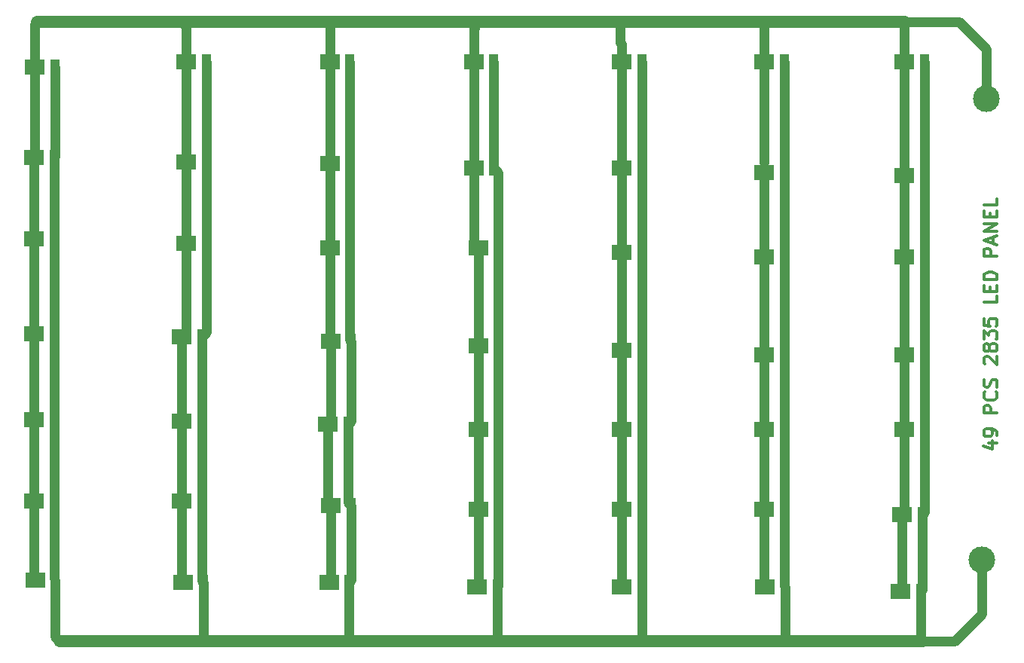
<source format=gbr>
%TF.GenerationSoftware,KiCad,Pcbnew,(6.0.4)*%
%TF.CreationDate,2022-04-23T13:40:25+05:30*%
%TF.ProjectId,led_50w,6c65645f-3530-4772-9e6b-696361645f70,rev?*%
%TF.SameCoordinates,Original*%
%TF.FileFunction,Copper,L1,Top*%
%TF.FilePolarity,Positive*%
%FSLAX46Y46*%
G04 Gerber Fmt 4.6, Leading zero omitted, Abs format (unit mm)*
G04 Created by KiCad (PCBNEW (6.0.4)) date 2022-04-23 13:40:25*
%MOMM*%
%LPD*%
G01*
G04 APERTURE LIST*
%ADD10C,0.300000*%
%TA.AperFunction,NonConductor*%
%ADD11C,0.300000*%
%TD*%
%TA.AperFunction,SMDPad,CuDef*%
%ADD12R,2.200000X1.800000*%
%TD*%
%TA.AperFunction,SMDPad,CuDef*%
%ADD13R,1.100000X1.800000*%
%TD*%
%TA.AperFunction,SMDPad,CuDef*%
%ADD14C,3.000000*%
%TD*%
%TA.AperFunction,Conductor*%
%ADD15C,1.063070*%
%TD*%
%TA.AperFunction,Conductor*%
%ADD16C,1.363070*%
%TD*%
G04 APERTURE END LIST*
D10*
D11*
X185098571Y-115901714D02*
X186098571Y-115901714D01*
X184527142Y-116258857D02*
X185598571Y-116616000D01*
X185598571Y-115687428D01*
X186098571Y-115044571D02*
X186098571Y-114758857D01*
X186027142Y-114616000D01*
X185955714Y-114544571D01*
X185741428Y-114401714D01*
X185455714Y-114330285D01*
X184884285Y-114330285D01*
X184741428Y-114401714D01*
X184670000Y-114473142D01*
X184598571Y-114616000D01*
X184598571Y-114901714D01*
X184670000Y-115044571D01*
X184741428Y-115116000D01*
X184884285Y-115187428D01*
X185241428Y-115187428D01*
X185384285Y-115116000D01*
X185455714Y-115044571D01*
X185527142Y-114901714D01*
X185527142Y-114616000D01*
X185455714Y-114473142D01*
X185384285Y-114401714D01*
X185241428Y-114330285D01*
X186098571Y-112544571D02*
X184598571Y-112544571D01*
X184598571Y-111973142D01*
X184670000Y-111830285D01*
X184741428Y-111758857D01*
X184884285Y-111687428D01*
X185098571Y-111687428D01*
X185241428Y-111758857D01*
X185312857Y-111830285D01*
X185384285Y-111973142D01*
X185384285Y-112544571D01*
X185955714Y-110187428D02*
X186027142Y-110258857D01*
X186098571Y-110473142D01*
X186098571Y-110616000D01*
X186027142Y-110830285D01*
X185884285Y-110973142D01*
X185741428Y-111044571D01*
X185455714Y-111116000D01*
X185241428Y-111116000D01*
X184955714Y-111044571D01*
X184812857Y-110973142D01*
X184670000Y-110830285D01*
X184598571Y-110616000D01*
X184598571Y-110473142D01*
X184670000Y-110258857D01*
X184741428Y-110187428D01*
X186027142Y-109616000D02*
X186098571Y-109401714D01*
X186098571Y-109044571D01*
X186027142Y-108901714D01*
X185955714Y-108830285D01*
X185812857Y-108758857D01*
X185670000Y-108758857D01*
X185527142Y-108830285D01*
X185455714Y-108901714D01*
X185384285Y-109044571D01*
X185312857Y-109330285D01*
X185241428Y-109473142D01*
X185170000Y-109544571D01*
X185027142Y-109616000D01*
X184884285Y-109616000D01*
X184741428Y-109544571D01*
X184670000Y-109473142D01*
X184598571Y-109330285D01*
X184598571Y-108973142D01*
X184670000Y-108758857D01*
X184741428Y-107044571D02*
X184670000Y-106973142D01*
X184598571Y-106830285D01*
X184598571Y-106473142D01*
X184670000Y-106330285D01*
X184741428Y-106258857D01*
X184884285Y-106187428D01*
X185027142Y-106187428D01*
X185241428Y-106258857D01*
X186098571Y-107116000D01*
X186098571Y-106187428D01*
X185241428Y-105330285D02*
X185170000Y-105473142D01*
X185098571Y-105544571D01*
X184955714Y-105616000D01*
X184884285Y-105616000D01*
X184741428Y-105544571D01*
X184670000Y-105473142D01*
X184598571Y-105330285D01*
X184598571Y-105044571D01*
X184670000Y-104901714D01*
X184741428Y-104830285D01*
X184884285Y-104758857D01*
X184955714Y-104758857D01*
X185098571Y-104830285D01*
X185170000Y-104901714D01*
X185241428Y-105044571D01*
X185241428Y-105330285D01*
X185312857Y-105473142D01*
X185384285Y-105544571D01*
X185527142Y-105616000D01*
X185812857Y-105616000D01*
X185955714Y-105544571D01*
X186027142Y-105473142D01*
X186098571Y-105330285D01*
X186098571Y-105044571D01*
X186027142Y-104901714D01*
X185955714Y-104830285D01*
X185812857Y-104758857D01*
X185527142Y-104758857D01*
X185384285Y-104830285D01*
X185312857Y-104901714D01*
X185241428Y-105044571D01*
X184598571Y-104258857D02*
X184598571Y-103330285D01*
X185170000Y-103830285D01*
X185170000Y-103616000D01*
X185241428Y-103473142D01*
X185312857Y-103401714D01*
X185455714Y-103330285D01*
X185812857Y-103330285D01*
X185955714Y-103401714D01*
X186027142Y-103473142D01*
X186098571Y-103616000D01*
X186098571Y-104044571D01*
X186027142Y-104187428D01*
X185955714Y-104258857D01*
X184598571Y-101973142D02*
X184598571Y-102687428D01*
X185312857Y-102758857D01*
X185241428Y-102687428D01*
X185170000Y-102544571D01*
X185170000Y-102187428D01*
X185241428Y-102044571D01*
X185312857Y-101973142D01*
X185455714Y-101901714D01*
X185812857Y-101901714D01*
X185955714Y-101973142D01*
X186027142Y-102044571D01*
X186098571Y-102187428D01*
X186098571Y-102544571D01*
X186027142Y-102687428D01*
X185955714Y-102758857D01*
X186098571Y-99401714D02*
X186098571Y-100116000D01*
X184598571Y-100116000D01*
X185312857Y-98901714D02*
X185312857Y-98401714D01*
X186098571Y-98187428D02*
X186098571Y-98901714D01*
X184598571Y-98901714D01*
X184598571Y-98187428D01*
X186098571Y-97544571D02*
X184598571Y-97544571D01*
X184598571Y-97187428D01*
X184670000Y-96973142D01*
X184812857Y-96830285D01*
X184955714Y-96758857D01*
X185241428Y-96687428D01*
X185455714Y-96687428D01*
X185741428Y-96758857D01*
X185884285Y-96830285D01*
X186027142Y-96973142D01*
X186098571Y-97187428D01*
X186098571Y-97544571D01*
X186098571Y-94901714D02*
X184598571Y-94901714D01*
X184598571Y-94330285D01*
X184670000Y-94187428D01*
X184741428Y-94116000D01*
X184884285Y-94044571D01*
X185098571Y-94044571D01*
X185241428Y-94116000D01*
X185312857Y-94187428D01*
X185384285Y-94330285D01*
X185384285Y-94901714D01*
X185670000Y-93473142D02*
X185670000Y-92758857D01*
X186098571Y-93616000D02*
X184598571Y-93116000D01*
X186098571Y-92616000D01*
X186098571Y-92116000D02*
X184598571Y-92116000D01*
X186098571Y-91258857D01*
X184598571Y-91258857D01*
X185312857Y-90544571D02*
X185312857Y-90044571D01*
X186098571Y-89830285D02*
X186098571Y-90544571D01*
X184598571Y-90544571D01*
X184598571Y-89830285D01*
X186098571Y-88473142D02*
X186098571Y-89187428D01*
X184598571Y-89187428D01*
D12*
%TO.P,LED38,1*%
%TO.N,GND*%
X111252000Y-122936000D03*
D13*
%TO.P,LED38,2*%
%TO.N,+24V*%
X113492000Y-122936000D03*
%TD*%
D12*
%TO.P,LED18,1*%
%TO.N,GND*%
X143915000Y-105468000D03*
D13*
%TO.P,LED18,2*%
%TO.N,+24V*%
X146155000Y-105468000D03*
%TD*%
D12*
%TO.P,LED13,1*%
%TO.N,GND*%
X77895000Y-92964000D03*
D13*
%TO.P,LED13,2*%
%TO.N,+24V*%
X80135000Y-92964000D03*
%TD*%
D12*
%TO.P,LED12,1*%
%TO.N,GND*%
X175675000Y-94996000D03*
D13*
%TO.P,LED12,2*%
%TO.N,+24V*%
X177915000Y-94996000D03*
%TD*%
D12*
%TO.P,LED6,1*%
%TO.N,GND*%
X127679000Y-132080000D03*
D13*
%TO.P,LED6,2*%
%TO.N,+24V*%
X129919000Y-132080000D03*
%TD*%
D12*
%TO.P,LED47,1*%
%TO.N,GND*%
X95005000Y-84328000D03*
D13*
%TO.P,LED47,2*%
%TO.N,+24V*%
X97245000Y-84328000D03*
%TD*%
D12*
%TO.P,LED17,1*%
%TO.N,GND*%
X77895000Y-83820000D03*
D13*
%TO.P,LED17,2*%
%TO.N,+24V*%
X80135000Y-83820000D03*
%TD*%
D12*
%TO.P,LED45,1*%
%TO.N,GND*%
X78017000Y-131296000D03*
D13*
%TO.P,LED45,2*%
%TO.N,+24V*%
X80257000Y-131296000D03*
%TD*%
D12*
%TO.P,LED28,1*%
%TO.N,GND*%
X127273000Y-73036000D03*
D13*
%TO.P,LED28,2*%
%TO.N,+24V*%
X129513000Y-73036000D03*
%TD*%
D12*
%TO.P,LED43,1*%
%TO.N,GND*%
X95005000Y-73036000D03*
D13*
%TO.P,LED43,2*%
%TO.N,+24V*%
X97245000Y-73036000D03*
%TD*%
D12*
%TO.P,LED15,1*%
%TO.N,GND*%
X143915000Y-85032000D03*
D13*
%TO.P,LED15,2*%
%TO.N,+24V*%
X146155000Y-85032000D03*
%TD*%
D12*
%TO.P,LED33,1*%
%TO.N,GND*%
X94497000Y-103944000D03*
D13*
%TO.P,LED33,2*%
%TO.N,+24V*%
X96737000Y-103944000D03*
%TD*%
D12*
%TO.P,LED19,1*%
%TO.N,GND*%
X143935000Y-132080000D03*
D13*
%TO.P,LED19,2*%
%TO.N,+24V*%
X146175000Y-132080000D03*
%TD*%
D12*
%TO.P,LED34,1*%
%TO.N,GND*%
X77968000Y-73624000D03*
D13*
%TO.P,LED34,2*%
%TO.N,+24V*%
X80208000Y-73624000D03*
%TD*%
D12*
%TO.P,LED16,1*%
%TO.N,GND*%
X175675000Y-105976000D03*
D13*
%TO.P,LED16,2*%
%TO.N,+24V*%
X177915000Y-105976000D03*
%TD*%
D12*
%TO.P,LED30,1*%
%TO.N,GND*%
X127781000Y-123364000D03*
D13*
%TO.P,LED30,2*%
%TO.N,+24V*%
X130021000Y-123364000D03*
%TD*%
D12*
%TO.P,LED26,1*%
%TO.N,GND*%
X160020000Y-132080000D03*
D13*
%TO.P,LED26,2*%
%TO.N,+24V*%
X162260000Y-132080000D03*
%TD*%
D12*
%TO.P,LED24,1*%
%TO.N,GND*%
X159927000Y-114416000D03*
D13*
%TO.P,LED24,2*%
%TO.N,+24V*%
X162167000Y-114416000D03*
%TD*%
D12*
%TO.P,LED41,1*%
%TO.N,GND*%
X143915000Y-73036000D03*
D13*
%TO.P,LED41,2*%
%TO.N,+24V*%
X146155000Y-73036000D03*
%TD*%
D12*
%TO.P,LED10,1*%
%TO.N,GND*%
X127273000Y-85032000D03*
D13*
%TO.P,LED10,2*%
%TO.N,+24V*%
X129513000Y-85032000D03*
%TD*%
D12*
%TO.P,LED1,1*%
%TO.N,GND*%
X175675000Y-73036000D03*
D13*
%TO.P,LED1,2*%
%TO.N,+24V*%
X177915000Y-73036000D03*
%TD*%
D12*
%TO.P,LED31,1*%
%TO.N,GND*%
X127781000Y-104960000D03*
D13*
%TO.P,LED31,2*%
%TO.N,+24V*%
X130021000Y-104960000D03*
%TD*%
D12*
%TO.P,LED3,1*%
%TO.N,GND*%
X111139000Y-73036000D03*
D13*
%TO.P,LED3,2*%
%TO.N,+24V*%
X113379000Y-73036000D03*
%TD*%
D12*
%TO.P,LED5,1*%
%TO.N,GND*%
X143915000Y-123364000D03*
D13*
%TO.P,LED5,2*%
%TO.N,+24V*%
X146155000Y-123364000D03*
%TD*%
D12*
%TO.P,LED40,1*%
%TO.N,GND*%
X110915000Y-113792000D03*
D13*
%TO.P,LED40,2*%
%TO.N,+24V*%
X113155000Y-113792000D03*
%TD*%
D12*
%TO.P,LED36,1*%
%TO.N,GND*%
X94659000Y-131572000D03*
D13*
%TO.P,LED36,2*%
%TO.N,+24V*%
X96899000Y-131572000D03*
%TD*%
D12*
%TO.P,LED22,1*%
%TO.N,GND*%
X175260000Y-132588000D03*
D13*
%TO.P,LED22,2*%
%TO.N,+24V*%
X177500000Y-132588000D03*
%TD*%
D12*
%TO.P,LED35,1*%
%TO.N,GND*%
X111028000Y-131572000D03*
D13*
%TO.P,LED35,2*%
%TO.N,+24V*%
X113268000Y-131572000D03*
%TD*%
D12*
%TO.P,LED44,1*%
%TO.N,GND*%
X94497000Y-122428000D03*
D13*
%TO.P,LED44,2*%
%TO.N,+24V*%
X96737000Y-122428000D03*
%TD*%
D12*
%TO.P,LED20,1*%
%TO.N,GND*%
X159927000Y-85540000D03*
D13*
%TO.P,LED20,2*%
%TO.N,+24V*%
X162167000Y-85540000D03*
%TD*%
D12*
%TO.P,LED7,1*%
%TO.N,GND*%
X94497000Y-113480000D03*
D13*
%TO.P,LED7,2*%
%TO.N,+24V*%
X96737000Y-113480000D03*
%TD*%
D12*
%TO.P,LED46,1*%
%TO.N,GND*%
X77895000Y-113284000D03*
D13*
%TO.P,LED46,2*%
%TO.N,+24V*%
X80135000Y-113284000D03*
%TD*%
D12*
%TO.P,LED23,1*%
%TO.N,GND*%
X159927000Y-123364000D03*
D13*
%TO.P,LED23,2*%
%TO.N,+24V*%
X162167000Y-123364000D03*
%TD*%
D12*
%TO.P,LED8,1*%
%TO.N,GND*%
X175675000Y-114416000D03*
D13*
%TO.P,LED8,2*%
%TO.N,+24V*%
X177915000Y-114416000D03*
%TD*%
D12*
%TO.P,LED11,1*%
%TO.N,GND*%
X111252000Y-104452000D03*
D13*
%TO.P,LED11,2*%
%TO.N,+24V*%
X113492000Y-104452000D03*
%TD*%
D12*
%TO.P,LED21,1*%
%TO.N,GND*%
X159927000Y-73036000D03*
D13*
%TO.P,LED21,2*%
%TO.N,+24V*%
X162167000Y-73036000D03*
%TD*%
D12*
%TO.P,LED2,1*%
%TO.N,GND*%
X127781000Y-114416000D03*
D13*
%TO.P,LED2,2*%
%TO.N,+24V*%
X130021000Y-114416000D03*
%TD*%
D12*
%TO.P,LED27,1*%
%TO.N,GND*%
X77895000Y-103632000D03*
D13*
%TO.P,LED27,2*%
%TO.N,+24V*%
X80135000Y-103632000D03*
%TD*%
D12*
%TO.P,LED9,1*%
%TO.N,GND*%
X175675000Y-85852000D03*
D13*
%TO.P,LED9,2*%
%TO.N,+24V*%
X177915000Y-85852000D03*
%TD*%
D12*
%TO.P,LED32,1*%
%TO.N,GND*%
X159927000Y-94996000D03*
D13*
%TO.P,LED32,2*%
%TO.N,+24V*%
X162167000Y-94996000D03*
%TD*%
D12*
%TO.P,LED49,1*%
%TO.N,GND*%
X159927000Y-105976000D03*
D13*
%TO.P,LED49,2*%
%TO.N,+24V*%
X162167000Y-105976000D03*
%TD*%
D14*
%TO.P,GND,1,1*%
%TO.N,GND*%
X184912000Y-77216000D03*
%TD*%
D12*
%TO.P,LED39,1*%
%TO.N,GND*%
X111139000Y-84524000D03*
D13*
%TO.P,LED39,2*%
%TO.N,+24V*%
X113379000Y-84524000D03*
%TD*%
D12*
%TO.P,LED42,1*%
%TO.N,GND*%
X95005000Y-93472000D03*
D13*
%TO.P,LED42,2*%
%TO.N,+24V*%
X97245000Y-93472000D03*
%TD*%
D12*
%TO.P,LED29,1*%
%TO.N,GND*%
X77895000Y-122428000D03*
D13*
%TO.P,LED29,2*%
%TO.N,+24V*%
X80135000Y-122428000D03*
%TD*%
D12*
%TO.P,LED48,1*%
%TO.N,GND*%
X111139000Y-93980000D03*
D13*
%TO.P,LED48,2*%
%TO.N,+24V*%
X113379000Y-93980000D03*
%TD*%
D12*
%TO.P,LED4,1*%
%TO.N,GND*%
X127781000Y-93980000D03*
D13*
%TO.P,LED4,2*%
%TO.N,+24V*%
X130021000Y-93980000D03*
%TD*%
D12*
%TO.P,LED37,1*%
%TO.N,GND*%
X143915000Y-94488000D03*
D13*
%TO.P,LED37,2*%
%TO.N,+24V*%
X146155000Y-94488000D03*
%TD*%
D14*
%TO.P,+VE,1,1*%
%TO.N,+24V*%
X184404000Y-129032000D03*
%TD*%
D12*
%TO.P,LED25,1*%
%TO.N,GND*%
X175431000Y-123952000D03*
D13*
%TO.P,LED25,2*%
%TO.N,+24V*%
X177671000Y-123952000D03*
%TD*%
D12*
%TO.P,LED14,1*%
%TO.N,GND*%
X143915000Y-114416000D03*
D13*
%TO.P,LED14,2*%
%TO.N,+24V*%
X146155000Y-114416000D03*
%TD*%
D15*
%TO.N,GND*%
X111139000Y-84524000D02*
X111139000Y-93980000D01*
X77968000Y-73624000D02*
X77968000Y-68844000D01*
X110915000Y-113792000D02*
X110915000Y-122599000D01*
X94497000Y-122428000D02*
X94497000Y-131410000D01*
X77895000Y-92964000D02*
X77895000Y-103632000D01*
D16*
X111252000Y-68580000D02*
X127000000Y-68580000D01*
D15*
X111252000Y-122936000D02*
X111252000Y-131348000D01*
X127781000Y-114416000D02*
X127781000Y-123364000D01*
D16*
X144780000Y-68580000D02*
X159512000Y-68580000D01*
D15*
X94488000Y-68580000D02*
X95005000Y-69097000D01*
X77895000Y-122428000D02*
X77895000Y-131174000D01*
X127273000Y-85032000D02*
X127273000Y-93472000D01*
X175675000Y-105976000D02*
X175675000Y-114416000D01*
X111252000Y-131348000D02*
X111028000Y-131572000D01*
X95005000Y-84328000D02*
X95005000Y-93472000D01*
X111252000Y-113455000D02*
X110915000Y-113792000D01*
X143915000Y-123364000D02*
X143915000Y-132060000D01*
X111139000Y-68693000D02*
X111252000Y-68580000D01*
X127273000Y-73036000D02*
X127273000Y-85032000D01*
X77895000Y-83820000D02*
X77895000Y-92964000D01*
X143915000Y-94488000D02*
X143915000Y-105468000D01*
X175675000Y-68673000D02*
X175675000Y-73036000D01*
X95005000Y-73036000D02*
X95005000Y-84328000D01*
X143915000Y-73036000D02*
X143915000Y-71072930D01*
X175675000Y-94996000D02*
X175675000Y-105976000D01*
D16*
X94488000Y-68580000D02*
X111252000Y-68580000D01*
D15*
X143764000Y-68580000D02*
X144780000Y-68580000D01*
X127273000Y-69323000D02*
X127273000Y-73036000D01*
X159927000Y-73036000D02*
X159927000Y-84421000D01*
X94497000Y-131410000D02*
X94659000Y-131572000D01*
X127000000Y-68580000D02*
X127508000Y-69088000D01*
X159512000Y-68580000D02*
X160020000Y-69088000D01*
X111139000Y-93980000D02*
X111139000Y-104339000D01*
X94497000Y-103944000D02*
X94497000Y-113480000D01*
X175675000Y-85852000D02*
X175675000Y-94996000D01*
X111139000Y-73036000D02*
X111139000Y-68693000D01*
X181864000Y-68580000D02*
X184912000Y-71628000D01*
X159927000Y-114416000D02*
X159927000Y-123364000D01*
X143915000Y-85032000D02*
X143915000Y-94488000D01*
D16*
X127000000Y-68580000D02*
X144780000Y-68580000D01*
D15*
X175431000Y-123952000D02*
X175431000Y-132417000D01*
X143915000Y-71072930D02*
X143764000Y-70921930D01*
X175675000Y-123708000D02*
X175431000Y-123952000D01*
X77895000Y-103632000D02*
X77895000Y-113284000D01*
X77895000Y-131174000D02*
X78017000Y-131296000D01*
X95005000Y-103436000D02*
X94497000Y-103944000D01*
X175675000Y-73036000D02*
X175675000Y-85852000D01*
X175675000Y-114416000D02*
X175675000Y-123708000D01*
X143915000Y-105468000D02*
X143915000Y-114416000D01*
X95005000Y-69097000D02*
X95005000Y-73036000D01*
X94497000Y-113480000D02*
X94497000Y-122428000D01*
X127273000Y-93472000D02*
X127781000Y-93980000D01*
D16*
X78232000Y-68580000D02*
X94488000Y-68580000D01*
D15*
X95005000Y-93472000D02*
X95005000Y-103436000D01*
X143915000Y-114416000D02*
X143915000Y-123364000D01*
X111139000Y-104339000D02*
X111252000Y-104452000D01*
X127781000Y-104960000D02*
X127781000Y-114416000D01*
X175431000Y-132417000D02*
X175260000Y-132588000D01*
X143915000Y-132060000D02*
X143935000Y-132080000D01*
X143764000Y-70921930D02*
X143764000Y-68580000D01*
X127781000Y-123364000D02*
X127781000Y-131978000D01*
X127781000Y-93980000D02*
X127781000Y-104960000D01*
D16*
X159512000Y-68580000D02*
X175768000Y-68580000D01*
D15*
X77895000Y-113284000D02*
X77895000Y-122428000D01*
X77968000Y-68844000D02*
X78232000Y-68580000D01*
X159927000Y-105976000D02*
X159927000Y-114416000D01*
X77968000Y-83747000D02*
X77895000Y-83820000D01*
X184912000Y-71628000D02*
X184912000Y-77216000D01*
X111252000Y-104452000D02*
X111252000Y-113455000D01*
X77968000Y-73624000D02*
X77968000Y-83747000D01*
X159927000Y-123364000D02*
X159927000Y-131987000D01*
X159927000Y-85540000D02*
X159927000Y-94996000D01*
X175768000Y-68580000D02*
X175675000Y-68673000D01*
X110915000Y-122599000D02*
X111252000Y-122936000D01*
X159927000Y-94996000D02*
X159927000Y-105976000D01*
X159927000Y-69181000D02*
X159927000Y-73036000D01*
X175768000Y-68580000D02*
X181864000Y-68580000D01*
X160020000Y-69088000D02*
X159927000Y-69181000D01*
X159927000Y-131987000D02*
X160020000Y-132080000D01*
X127781000Y-131978000D02*
X127679000Y-132080000D01*
X111139000Y-73036000D02*
X111139000Y-84524000D01*
X143915000Y-73036000D02*
X143915000Y-85032000D01*
X127508000Y-69088000D02*
X127273000Y-69323000D01*
%TO.N,+24V*%
X177500000Y-137876000D02*
X177500000Y-132588000D01*
X129919000Y-137797000D02*
X129540000Y-138176000D01*
X96737000Y-113480000D02*
X96737000Y-122428000D01*
X177915000Y-85852000D02*
X177915000Y-94996000D01*
X96737000Y-103944000D02*
X96737000Y-113480000D01*
X113155000Y-122599000D02*
X113492000Y-122936000D01*
X146155000Y-114416000D02*
X146155000Y-123364000D01*
D16*
X97028000Y-138176000D02*
X112776000Y-138176000D01*
D15*
X129919000Y-132080000D02*
X129919000Y-137797000D01*
X80208000Y-83747000D02*
X80135000Y-83820000D01*
X177800000Y-138176000D02*
X181356000Y-138176000D01*
X80135000Y-122428000D02*
X80135000Y-131174000D01*
X80257000Y-137661000D02*
X80772000Y-138176000D01*
X177915000Y-123708000D02*
X177671000Y-123952000D01*
X162167000Y-105976000D02*
X162167000Y-114416000D01*
X162167000Y-114416000D02*
X162167000Y-123364000D01*
X130021000Y-104960000D02*
X130021000Y-115289000D01*
X130021000Y-123364000D02*
X130021000Y-131978000D01*
X146155000Y-73036000D02*
X146155000Y-85032000D01*
D16*
X112776000Y-138176000D02*
X129540000Y-138176000D01*
D15*
X177800000Y-138176000D02*
X177500000Y-137876000D01*
X97245000Y-93472000D02*
X97245000Y-103436000D01*
X80135000Y-103632000D02*
X80135000Y-113284000D01*
X129513000Y-73036000D02*
X129513000Y-85032000D01*
X113379000Y-93980000D02*
X113379000Y-104339000D01*
X80257000Y-131296000D02*
X80257000Y-137661000D01*
X113379000Y-73036000D02*
X113379000Y-84524000D01*
X177915000Y-105976000D02*
X177915000Y-114416000D01*
X177671000Y-123952000D02*
X177671000Y-132417000D01*
X146175000Y-138047000D02*
X146304000Y-138176000D01*
X80208000Y-73624000D02*
X80208000Y-83747000D01*
X146175000Y-132080000D02*
X146175000Y-138047000D01*
X130048000Y-115316000D02*
X130021000Y-115343000D01*
X184404000Y-135128000D02*
X184404000Y-129032000D01*
X162167000Y-73036000D02*
X162167000Y-85540000D01*
X96737000Y-122428000D02*
X96737000Y-131410000D01*
X96737000Y-131410000D02*
X96899000Y-131572000D01*
X130021000Y-131978000D02*
X129919000Y-132080000D01*
X130021000Y-93980000D02*
X130021000Y-104960000D01*
X129513000Y-85032000D02*
X130021000Y-85540000D01*
X113268000Y-131572000D02*
X113268000Y-137684000D01*
D16*
X80772000Y-138176000D02*
X97028000Y-138176000D01*
D15*
X146155000Y-94488000D02*
X146155000Y-105468000D01*
X177915000Y-73036000D02*
X177915000Y-85852000D01*
X80135000Y-92964000D02*
X80135000Y-103632000D01*
X96899000Y-138047000D02*
X97028000Y-138176000D01*
X177671000Y-132417000D02*
X177500000Y-132588000D01*
X80135000Y-113284000D02*
X80135000Y-122428000D01*
X80135000Y-131174000D02*
X80257000Y-131296000D01*
X177915000Y-114416000D02*
X177915000Y-123708000D01*
X113492000Y-113455000D02*
X113155000Y-113792000D01*
X113379000Y-84524000D02*
X113379000Y-93980000D01*
X162167000Y-123364000D02*
X162167000Y-131987000D01*
X130021000Y-115343000D02*
X130021000Y-123364000D01*
X113268000Y-137684000D02*
X112776000Y-138176000D01*
X113492000Y-122936000D02*
X113492000Y-131348000D01*
X130021000Y-115289000D02*
X130048000Y-115316000D01*
X97245000Y-73036000D02*
X97245000Y-84328000D01*
X162167000Y-85540000D02*
X162167000Y-94996000D01*
X146155000Y-123364000D02*
X146155000Y-132060000D01*
X181356000Y-138176000D02*
X184404000Y-135128000D01*
X177915000Y-94996000D02*
X177915000Y-105976000D01*
X97245000Y-84328000D02*
X97245000Y-93472000D01*
X162167000Y-94996000D02*
X162167000Y-105976000D01*
X80135000Y-83820000D02*
X80135000Y-92964000D01*
X162167000Y-131987000D02*
X162260000Y-132080000D01*
X113155000Y-113792000D02*
X113155000Y-122599000D01*
X113492000Y-104452000D02*
X113492000Y-113455000D01*
X146155000Y-105468000D02*
X146155000Y-114416000D01*
X96899000Y-131572000D02*
X96899000Y-138047000D01*
X130021000Y-85540000D02*
X130021000Y-93980000D01*
X162260000Y-132080000D02*
X162260000Y-137876000D01*
X113492000Y-131348000D02*
X113268000Y-131572000D01*
D16*
X146304000Y-138176000D02*
X162560000Y-138176000D01*
D15*
X146155000Y-85032000D02*
X146155000Y-94488000D01*
X162260000Y-137876000D02*
X162560000Y-138176000D01*
D16*
X129540000Y-138176000D02*
X146304000Y-138176000D01*
X162560000Y-138176000D02*
X177800000Y-138176000D01*
D15*
X113379000Y-104339000D02*
X113492000Y-104452000D01*
X146155000Y-132060000D02*
X146175000Y-132080000D01*
X97245000Y-103436000D02*
X96737000Y-103944000D01*
%TD*%
M02*

</source>
